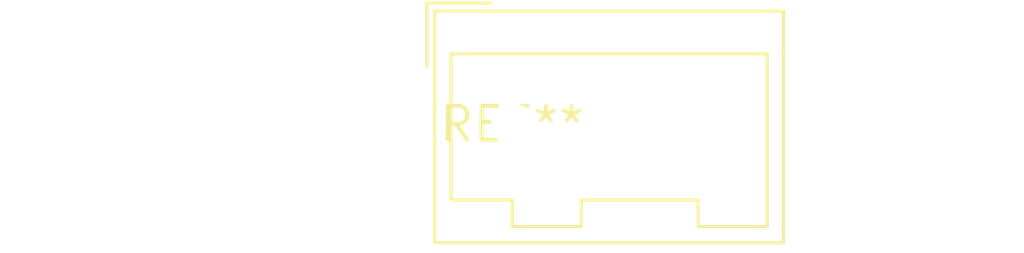
<source format=kicad_pcb>
(kicad_pcb (version 20240108) (generator pcbnew)
  (layers (0 "F.Cu" signal) (31 "B.Cu" signal) (34 "B.Paste" user) (35 "F.Paste" user) (36 "B.SilkS" user "B.Silkscreen") (37 "F.SilkS" user "F.Silkscreen") (38 "B.Mask" user) (39 "F.Mask" user) (44 "Edge.Cuts" user))
  (net 0 "")
  (footprint "Wago_734-133_1x03_P3.50mm_Vertical" (layer "F.Cu") (at 0 0)
    (property "Reference" "REF**")
    (property "Value" "Wago_734-133_1x03_P3.50mm_Vertical")
    (fp_line (start -3.21 -4.56) (end -0.8 -4.56) (layer "F.SilkS") (stroke (width 0.12)))
    (fp_line (start -3.21 -2.15) (end -3.21 -4.56) (layer "F.SilkS") (stroke (width 0.12)))
    (fp_line (start -2.91 -4.26) (end -2.91 4.46) (layer "F.SilkS") (stroke (width 0.12)))
    (fp_line (start -2.91 4.46) (end 10.21 4.46) (layer "F.SilkS") (stroke (width 0.12)))
    (fp_line (start -2.3 -2.65) (end -2.3 2.85) (layer "F.SilkS") (stroke (width 0.12)))
    (fp_line (start -2.3 2.85) (end 0 2.85) (layer "F.SilkS") (stroke (width 0.12)))
    (fp_line (start 0 2.85) (end 0 3.85) (layer "F.SilkS") (stroke (width 0.12)))
    (fp_line (start 0 3.85) (end 2.6 3.85) (layer "F.SilkS") (stroke (width 0.12)))
    (fp_line (start 2.6 2.85) (end 7 2.85) (layer "F.SilkS") (stroke (width 0.12)))
    (fp_line (start 2.6 3.85) (end 2.6 2.85) (layer "F.SilkS") (stroke (width 0.12)))
    (fp_line (start 7 2.85) (end 7 3.85) (layer "F.SilkS") (stroke (width 0.12)))
    (fp_line (start 7 3.85) (end 9.6 3.85) (layer "F.SilkS") (stroke (width 0.12)))
    (fp_line (start 9.6 -2.65) (end -2.3 -2.65) (layer "F.SilkS") (stroke (width 0.12)))
    (fp_line (start 9.6 3.85) (end 9.6 -2.65) (layer "F.SilkS") (stroke (width 0.12)))
    (fp_line (start 10.21 -4.26) (end -2.91 -4.26) (layer "F.SilkS") (stroke (width 0.12)))
    (fp_line (start 10.21 4.46) (end 10.21 -4.26) (layer "F.SilkS") (stroke (width 0.12)))
    (pad "1" thru_hole roundrect (at 0 0) (size 2 2.6) (drill 1.6) (layers *.Cu *.Mask) (remove_unused_layers) (roundrect_rratio 0.125))
    (pad "2" thru_hole oval (at 3.5 0) (size 2 2.6) (drill 1.6) (layers *.Cu *.Mask) (remove_unused_layers))
    (pad "3" thru_hole oval (at 7 0) (size 2 2.6) (drill 1.6) (layers *.Cu *.Mask) (remove_unused_layers))
  )
)
</source>
